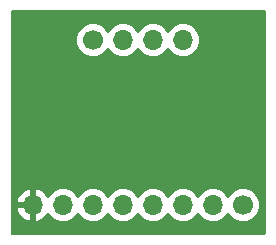
<source format=gbl>
G04 #@! TF.GenerationSoftware,KiCad,Pcbnew,8.0.5*
G04 #@! TF.CreationDate,2024-12-14T16:31:39-08:00*
G04 #@! TF.ProjectId,ADS8684 Breakout Board,41445338-3638-4342-9042-7265616b6f75,rev?*
G04 #@! TF.SameCoordinates,Original*
G04 #@! TF.FileFunction,Copper,L2,Bot*
G04 #@! TF.FilePolarity,Positive*
%FSLAX46Y46*%
G04 Gerber Fmt 4.6, Leading zero omitted, Abs format (unit mm)*
G04 Created by KiCad (PCBNEW 8.0.5) date 2024-12-14 16:31:39*
%MOMM*%
%LPD*%
G01*
G04 APERTURE LIST*
G04 #@! TA.AperFunction,ComponentPad*
%ADD10C,1.700000*%
G04 #@! TD*
G04 #@! TA.AperFunction,ComponentPad*
%ADD11O,1.700000X1.700000*%
G04 #@! TD*
G04 #@! TA.AperFunction,ViaPad*
%ADD12C,0.700000*%
G04 #@! TD*
G04 APERTURE END LIST*
D10*
X45085000Y-41910000D03*
D11*
X42545000Y-41910000D03*
X40005001Y-41910000D03*
X37465000Y-41910000D03*
X34925000Y-41910000D03*
X32385000Y-41910000D03*
X29845000Y-41910000D03*
X27304999Y-41910000D03*
D10*
X32385000Y-27940000D03*
D11*
X34924999Y-27940000D03*
X37464999Y-27940000D03*
X40005000Y-27940000D03*
D12*
X44400000Y-33142500D03*
X37230000Y-31072500D03*
X30460000Y-33182500D03*
X42540000Y-37032500D03*
X37616026Y-33962501D03*
X37418001Y-35966629D03*
X37580000Y-37710000D03*
X34150000Y-35950000D03*
X34070813Y-31152111D03*
X37740000Y-29842500D03*
X33800000Y-29882500D03*
X34120000Y-34220000D03*
X42530000Y-33352500D03*
X31200000Y-38210000D03*
X40980000Y-32912500D03*
G04 #@! TA.AperFunction,Conductor*
G36*
X46933039Y-25419685D02*
G01*
X46978794Y-25472489D01*
X46990000Y-25524000D01*
X46990000Y-44326000D01*
X46970315Y-44393039D01*
X46917511Y-44438794D01*
X46866000Y-44450000D01*
X25524000Y-44450000D01*
X25456961Y-44430315D01*
X25411206Y-44377511D01*
X25400000Y-44326000D01*
X25400000Y-41659999D01*
X25974363Y-41659999D01*
X25974363Y-41660000D01*
X26871987Y-41660000D01*
X26839074Y-41717007D01*
X26804999Y-41844174D01*
X26804999Y-41975826D01*
X26839074Y-42102993D01*
X26871987Y-42160000D01*
X25974363Y-42160000D01*
X26031566Y-42373486D01*
X26031569Y-42373492D01*
X26131398Y-42587578D01*
X26266893Y-42781082D01*
X26433916Y-42948105D01*
X26627420Y-43083600D01*
X26841506Y-43183429D01*
X26841515Y-43183433D01*
X27054999Y-43240634D01*
X27054999Y-42343012D01*
X27112006Y-42375925D01*
X27239173Y-42410000D01*
X27370825Y-42410000D01*
X27497992Y-42375925D01*
X27554999Y-42343012D01*
X27554999Y-43240633D01*
X27768482Y-43183433D01*
X27768491Y-43183429D01*
X27982577Y-43083600D01*
X28176081Y-42948105D01*
X28343104Y-42781082D01*
X28473119Y-42595404D01*
X28527696Y-42551779D01*
X28597195Y-42544587D01*
X28659549Y-42576109D01*
X28676269Y-42595405D01*
X28806500Y-42781395D01*
X28806505Y-42781401D01*
X28973599Y-42948495D01*
X29070384Y-43016265D01*
X29167165Y-43084032D01*
X29167167Y-43084033D01*
X29167170Y-43084035D01*
X29381337Y-43183903D01*
X29609592Y-43245063D01*
X29797918Y-43261539D01*
X29844999Y-43265659D01*
X29845000Y-43265659D01*
X29845001Y-43265659D01*
X29884234Y-43262226D01*
X30080408Y-43245063D01*
X30308663Y-43183903D01*
X30522830Y-43084035D01*
X30716401Y-42948495D01*
X30883495Y-42781401D01*
X31013426Y-42595841D01*
X31068002Y-42552217D01*
X31137500Y-42545023D01*
X31199855Y-42576546D01*
X31216575Y-42595842D01*
X31346500Y-42781395D01*
X31346505Y-42781401D01*
X31513599Y-42948495D01*
X31610384Y-43016265D01*
X31707165Y-43084032D01*
X31707167Y-43084033D01*
X31707170Y-43084035D01*
X31921337Y-43183903D01*
X32149592Y-43245063D01*
X32337918Y-43261539D01*
X32384999Y-43265659D01*
X32385000Y-43265659D01*
X32385001Y-43265659D01*
X32424234Y-43262226D01*
X32620408Y-43245063D01*
X32848663Y-43183903D01*
X33062830Y-43084035D01*
X33256401Y-42948495D01*
X33423495Y-42781401D01*
X33553426Y-42595841D01*
X33608002Y-42552217D01*
X33677500Y-42545023D01*
X33739855Y-42576546D01*
X33756575Y-42595842D01*
X33886500Y-42781395D01*
X33886505Y-42781401D01*
X34053599Y-42948495D01*
X34150384Y-43016265D01*
X34247165Y-43084032D01*
X34247167Y-43084033D01*
X34247170Y-43084035D01*
X34461337Y-43183903D01*
X34689592Y-43245063D01*
X34877918Y-43261539D01*
X34924999Y-43265659D01*
X34925000Y-43265659D01*
X34925001Y-43265659D01*
X34964234Y-43262226D01*
X35160408Y-43245063D01*
X35388663Y-43183903D01*
X35602830Y-43084035D01*
X35796401Y-42948495D01*
X35963495Y-42781401D01*
X36093426Y-42595841D01*
X36148002Y-42552217D01*
X36217500Y-42545023D01*
X36279855Y-42576546D01*
X36296575Y-42595842D01*
X36426500Y-42781395D01*
X36426505Y-42781401D01*
X36593599Y-42948495D01*
X36690384Y-43016265D01*
X36787165Y-43084032D01*
X36787167Y-43084033D01*
X36787170Y-43084035D01*
X37001337Y-43183903D01*
X37229592Y-43245063D01*
X37417918Y-43261539D01*
X37464999Y-43265659D01*
X37465000Y-43265659D01*
X37465001Y-43265659D01*
X37504234Y-43262226D01*
X37700408Y-43245063D01*
X37928663Y-43183903D01*
X38142830Y-43084035D01*
X38336401Y-42948495D01*
X38503495Y-42781401D01*
X38633426Y-42595839D01*
X38688002Y-42552216D01*
X38757500Y-42545022D01*
X38819855Y-42576545D01*
X38836573Y-42595838D01*
X38966506Y-42781401D01*
X39133600Y-42948495D01*
X39230385Y-43016265D01*
X39327166Y-43084032D01*
X39327168Y-43084033D01*
X39327171Y-43084035D01*
X39541338Y-43183903D01*
X39769593Y-43245063D01*
X39957919Y-43261539D01*
X40005000Y-43265659D01*
X40005001Y-43265659D01*
X40005002Y-43265659D01*
X40044235Y-43262226D01*
X40240409Y-43245063D01*
X40468664Y-43183903D01*
X40682831Y-43084035D01*
X40876402Y-42948495D01*
X41043496Y-42781401D01*
X41173425Y-42595842D01*
X41228002Y-42552218D01*
X41297500Y-42545024D01*
X41359855Y-42576547D01*
X41376574Y-42595841D01*
X41506505Y-42781401D01*
X41673599Y-42948495D01*
X41770384Y-43016265D01*
X41867165Y-43084032D01*
X41867167Y-43084033D01*
X41867170Y-43084035D01*
X42081337Y-43183903D01*
X42309592Y-43245063D01*
X42497918Y-43261539D01*
X42544999Y-43265659D01*
X42545000Y-43265659D01*
X42545001Y-43265659D01*
X42584234Y-43262226D01*
X42780408Y-43245063D01*
X43008663Y-43183903D01*
X43222830Y-43084035D01*
X43416401Y-42948495D01*
X43583495Y-42781401D01*
X43713426Y-42595841D01*
X43768002Y-42552217D01*
X43837500Y-42545023D01*
X43899855Y-42576546D01*
X43916575Y-42595842D01*
X44046500Y-42781395D01*
X44046505Y-42781401D01*
X44213599Y-42948495D01*
X44310384Y-43016265D01*
X44407165Y-43084032D01*
X44407167Y-43084033D01*
X44407170Y-43084035D01*
X44621337Y-43183903D01*
X44849592Y-43245063D01*
X45037918Y-43261539D01*
X45084999Y-43265659D01*
X45085000Y-43265659D01*
X45085001Y-43265659D01*
X45124234Y-43262226D01*
X45320408Y-43245063D01*
X45548663Y-43183903D01*
X45762830Y-43084035D01*
X45956401Y-42948495D01*
X46123495Y-42781401D01*
X46259035Y-42587830D01*
X46358903Y-42373663D01*
X46420063Y-42145408D01*
X46440659Y-41910000D01*
X46420063Y-41674592D01*
X46358903Y-41446337D01*
X46259035Y-41232171D01*
X46253731Y-41224595D01*
X46123494Y-41038597D01*
X45956402Y-40871506D01*
X45956395Y-40871501D01*
X45762834Y-40735967D01*
X45762830Y-40735965D01*
X45762828Y-40735964D01*
X45548663Y-40636097D01*
X45548659Y-40636096D01*
X45548655Y-40636094D01*
X45320413Y-40574938D01*
X45320403Y-40574936D01*
X45085001Y-40554341D01*
X45084999Y-40554341D01*
X44849596Y-40574936D01*
X44849586Y-40574938D01*
X44621344Y-40636094D01*
X44621335Y-40636098D01*
X44407171Y-40735964D01*
X44407169Y-40735965D01*
X44213597Y-40871505D01*
X44046505Y-41038597D01*
X43916575Y-41224158D01*
X43861998Y-41267783D01*
X43792500Y-41274977D01*
X43730145Y-41243454D01*
X43713425Y-41224158D01*
X43583494Y-41038597D01*
X43416402Y-40871506D01*
X43416395Y-40871501D01*
X43222834Y-40735967D01*
X43222830Y-40735965D01*
X43222828Y-40735964D01*
X43008663Y-40636097D01*
X43008659Y-40636096D01*
X43008655Y-40636094D01*
X42780413Y-40574938D01*
X42780403Y-40574936D01*
X42545001Y-40554341D01*
X42544999Y-40554341D01*
X42309596Y-40574936D01*
X42309586Y-40574938D01*
X42081344Y-40636094D01*
X42081335Y-40636098D01*
X41867171Y-40735964D01*
X41867169Y-40735965D01*
X41673597Y-40871505D01*
X41506508Y-41038594D01*
X41376575Y-41224158D01*
X41321998Y-41267782D01*
X41252499Y-41274975D01*
X41190145Y-41243453D01*
X41173425Y-41224157D01*
X41043495Y-41038597D01*
X40876403Y-40871506D01*
X40876396Y-40871501D01*
X40682835Y-40735967D01*
X40682831Y-40735965D01*
X40682829Y-40735964D01*
X40468664Y-40636097D01*
X40468660Y-40636096D01*
X40468656Y-40636094D01*
X40240414Y-40574938D01*
X40240404Y-40574936D01*
X40005002Y-40554341D01*
X40005000Y-40554341D01*
X39769597Y-40574936D01*
X39769587Y-40574938D01*
X39541345Y-40636094D01*
X39541336Y-40636098D01*
X39327172Y-40735964D01*
X39327170Y-40735965D01*
X39133598Y-40871505D01*
X38966509Y-41038594D01*
X38836575Y-41224160D01*
X38781998Y-41267784D01*
X38712499Y-41274977D01*
X38650145Y-41243455D01*
X38633425Y-41224159D01*
X38503494Y-41038597D01*
X38336402Y-40871506D01*
X38336395Y-40871501D01*
X38142834Y-40735967D01*
X38142830Y-40735965D01*
X38142828Y-40735964D01*
X37928663Y-40636097D01*
X37928659Y-40636096D01*
X37928655Y-40636094D01*
X37700413Y-40574938D01*
X37700403Y-40574936D01*
X37465001Y-40554341D01*
X37464999Y-40554341D01*
X37229596Y-40574936D01*
X37229586Y-40574938D01*
X37001344Y-40636094D01*
X37001335Y-40636098D01*
X36787171Y-40735964D01*
X36787169Y-40735965D01*
X36593597Y-40871505D01*
X36426505Y-41038597D01*
X36296575Y-41224158D01*
X36241998Y-41267783D01*
X36172500Y-41274977D01*
X36110145Y-41243454D01*
X36093425Y-41224158D01*
X35963494Y-41038597D01*
X35796402Y-40871506D01*
X35796395Y-40871501D01*
X35602834Y-40735967D01*
X35602830Y-40735965D01*
X35602828Y-40735964D01*
X35388663Y-40636097D01*
X35388659Y-40636096D01*
X35388655Y-40636094D01*
X35160413Y-40574938D01*
X35160403Y-40574936D01*
X34925001Y-40554341D01*
X34924999Y-40554341D01*
X34689596Y-40574936D01*
X34689586Y-40574938D01*
X34461344Y-40636094D01*
X34461335Y-40636098D01*
X34247171Y-40735964D01*
X34247169Y-40735965D01*
X34053597Y-40871505D01*
X33886505Y-41038597D01*
X33756575Y-41224158D01*
X33701998Y-41267783D01*
X33632500Y-41274977D01*
X33570145Y-41243454D01*
X33553425Y-41224158D01*
X33423494Y-41038597D01*
X33256402Y-40871506D01*
X33256395Y-40871501D01*
X33062834Y-40735967D01*
X33062830Y-40735965D01*
X33062828Y-40735964D01*
X32848663Y-40636097D01*
X32848659Y-40636096D01*
X32848655Y-40636094D01*
X32620413Y-40574938D01*
X32620403Y-40574936D01*
X32385001Y-40554341D01*
X32384999Y-40554341D01*
X32149596Y-40574936D01*
X32149586Y-40574938D01*
X31921344Y-40636094D01*
X31921335Y-40636098D01*
X31707171Y-40735964D01*
X31707169Y-40735965D01*
X31513597Y-40871505D01*
X31346505Y-41038597D01*
X31216575Y-41224158D01*
X31161998Y-41267783D01*
X31092500Y-41274977D01*
X31030145Y-41243454D01*
X31013425Y-41224158D01*
X30883494Y-41038597D01*
X30716402Y-40871506D01*
X30716395Y-40871501D01*
X30522834Y-40735967D01*
X30522830Y-40735965D01*
X30522828Y-40735964D01*
X30308663Y-40636097D01*
X30308659Y-40636096D01*
X30308655Y-40636094D01*
X30080413Y-40574938D01*
X30080403Y-40574936D01*
X29845001Y-40554341D01*
X29844999Y-40554341D01*
X29609596Y-40574936D01*
X29609586Y-40574938D01*
X29381344Y-40636094D01*
X29381335Y-40636098D01*
X29167171Y-40735964D01*
X29167169Y-40735965D01*
X28973597Y-40871505D01*
X28806505Y-41038597D01*
X28676269Y-41224595D01*
X28621692Y-41268220D01*
X28552194Y-41275414D01*
X28489839Y-41243891D01*
X28473119Y-41224595D01*
X28343112Y-41038927D01*
X28343107Y-41038920D01*
X28176081Y-40871894D01*
X27982577Y-40736399D01*
X27768491Y-40636570D01*
X27768485Y-40636567D01*
X27554999Y-40579364D01*
X27554999Y-41476988D01*
X27497992Y-41444075D01*
X27370825Y-41410000D01*
X27239173Y-41410000D01*
X27112006Y-41444075D01*
X27054999Y-41476988D01*
X27054999Y-40579364D01*
X27054998Y-40579364D01*
X26841512Y-40636567D01*
X26841506Y-40636570D01*
X26627421Y-40736399D01*
X26627419Y-40736400D01*
X26433925Y-40871886D01*
X26433919Y-40871891D01*
X26266890Y-41038920D01*
X26266885Y-41038926D01*
X26131399Y-41232420D01*
X26131398Y-41232422D01*
X26031569Y-41446507D01*
X26031566Y-41446513D01*
X25974363Y-41659999D01*
X25400000Y-41659999D01*
X25400000Y-27939999D01*
X31029341Y-27939999D01*
X31029341Y-27940000D01*
X31049936Y-28175403D01*
X31049938Y-28175413D01*
X31111094Y-28403655D01*
X31111096Y-28403659D01*
X31111097Y-28403663D01*
X31191003Y-28575022D01*
X31210965Y-28617830D01*
X31210967Y-28617834D01*
X31319281Y-28772521D01*
X31346505Y-28811401D01*
X31513599Y-28978495D01*
X31610384Y-29046265D01*
X31707165Y-29114032D01*
X31707167Y-29114033D01*
X31707170Y-29114035D01*
X31921337Y-29213903D01*
X32149592Y-29275063D01*
X32337918Y-29291539D01*
X32384999Y-29295659D01*
X32385000Y-29295659D01*
X32385001Y-29295659D01*
X32424234Y-29292226D01*
X32620408Y-29275063D01*
X32848663Y-29213903D01*
X33062830Y-29114035D01*
X33256401Y-28978495D01*
X33423495Y-28811401D01*
X33553424Y-28625842D01*
X33608001Y-28582218D01*
X33677499Y-28575024D01*
X33739854Y-28606547D01*
X33756573Y-28625841D01*
X33886504Y-28811401D01*
X34053598Y-28978495D01*
X34150383Y-29046265D01*
X34247164Y-29114032D01*
X34247166Y-29114033D01*
X34247169Y-29114035D01*
X34461336Y-29213903D01*
X34689591Y-29275063D01*
X34877917Y-29291539D01*
X34924998Y-29295659D01*
X34924999Y-29295659D01*
X34925000Y-29295659D01*
X34964233Y-29292226D01*
X35160407Y-29275063D01*
X35388662Y-29213903D01*
X35602829Y-29114035D01*
X35796400Y-28978495D01*
X35963494Y-28811401D01*
X36093425Y-28625841D01*
X36148001Y-28582217D01*
X36217499Y-28575023D01*
X36279854Y-28606546D01*
X36296574Y-28625842D01*
X36426499Y-28811395D01*
X36426504Y-28811401D01*
X36593598Y-28978495D01*
X36690383Y-29046265D01*
X36787164Y-29114032D01*
X36787166Y-29114033D01*
X36787169Y-29114035D01*
X37001336Y-29213903D01*
X37229591Y-29275063D01*
X37417917Y-29291539D01*
X37464998Y-29295659D01*
X37464999Y-29295659D01*
X37465000Y-29295659D01*
X37504233Y-29292226D01*
X37700407Y-29275063D01*
X37928662Y-29213903D01*
X38142829Y-29114035D01*
X38336400Y-28978495D01*
X38503494Y-28811401D01*
X38633425Y-28625839D01*
X38688001Y-28582216D01*
X38757499Y-28575022D01*
X38819854Y-28606545D01*
X38836572Y-28625838D01*
X38966505Y-28811401D01*
X39133599Y-28978495D01*
X39230384Y-29046265D01*
X39327165Y-29114032D01*
X39327167Y-29114033D01*
X39327170Y-29114035D01*
X39541337Y-29213903D01*
X39769592Y-29275063D01*
X39957918Y-29291539D01*
X40004999Y-29295659D01*
X40005000Y-29295659D01*
X40005001Y-29295659D01*
X40044234Y-29292226D01*
X40240408Y-29275063D01*
X40468663Y-29213903D01*
X40682830Y-29114035D01*
X40876401Y-28978495D01*
X41043495Y-28811401D01*
X41179035Y-28617830D01*
X41278903Y-28403663D01*
X41340063Y-28175408D01*
X41360659Y-27940000D01*
X41340063Y-27704592D01*
X41278903Y-27476337D01*
X41179035Y-27262171D01*
X41173425Y-27254158D01*
X41043494Y-27068597D01*
X40876402Y-26901506D01*
X40876395Y-26901501D01*
X40682834Y-26765967D01*
X40682830Y-26765965D01*
X40682828Y-26765964D01*
X40468663Y-26666097D01*
X40468659Y-26666096D01*
X40468655Y-26666094D01*
X40240413Y-26604938D01*
X40240403Y-26604936D01*
X40005001Y-26584341D01*
X40004999Y-26584341D01*
X39769596Y-26604936D01*
X39769586Y-26604938D01*
X39541344Y-26666094D01*
X39541335Y-26666098D01*
X39327171Y-26765964D01*
X39327169Y-26765965D01*
X39133597Y-26901505D01*
X38966508Y-27068594D01*
X38836574Y-27254160D01*
X38781997Y-27297784D01*
X38712498Y-27304977D01*
X38650144Y-27273455D01*
X38633424Y-27254159D01*
X38503493Y-27068597D01*
X38336401Y-26901506D01*
X38336394Y-26901501D01*
X38142833Y-26765967D01*
X38142829Y-26765965D01*
X38142827Y-26765964D01*
X37928662Y-26666097D01*
X37928658Y-26666096D01*
X37928654Y-26666094D01*
X37700412Y-26604938D01*
X37700402Y-26604936D01*
X37465000Y-26584341D01*
X37464998Y-26584341D01*
X37229595Y-26604936D01*
X37229585Y-26604938D01*
X37001343Y-26666094D01*
X37001334Y-26666098D01*
X36787170Y-26765964D01*
X36787168Y-26765965D01*
X36593596Y-26901505D01*
X36426504Y-27068597D01*
X36296574Y-27254158D01*
X36241997Y-27297783D01*
X36172499Y-27304977D01*
X36110144Y-27273454D01*
X36093424Y-27254158D01*
X35963493Y-27068597D01*
X35796401Y-26901506D01*
X35796394Y-26901501D01*
X35602833Y-26765967D01*
X35602829Y-26765965D01*
X35602827Y-26765964D01*
X35388662Y-26666097D01*
X35388658Y-26666096D01*
X35388654Y-26666094D01*
X35160412Y-26604938D01*
X35160402Y-26604936D01*
X34925000Y-26584341D01*
X34924998Y-26584341D01*
X34689595Y-26604936D01*
X34689585Y-26604938D01*
X34461343Y-26666094D01*
X34461334Y-26666098D01*
X34247170Y-26765964D01*
X34247168Y-26765965D01*
X34053596Y-26901505D01*
X33886507Y-27068594D01*
X33756574Y-27254158D01*
X33701997Y-27297782D01*
X33632498Y-27304975D01*
X33570144Y-27273453D01*
X33553424Y-27254157D01*
X33423494Y-27068597D01*
X33256402Y-26901506D01*
X33256395Y-26901501D01*
X33062834Y-26765967D01*
X33062830Y-26765965D01*
X33062828Y-26765964D01*
X32848663Y-26666097D01*
X32848659Y-26666096D01*
X32848655Y-26666094D01*
X32620413Y-26604938D01*
X32620403Y-26604936D01*
X32385001Y-26584341D01*
X32384999Y-26584341D01*
X32149596Y-26604936D01*
X32149586Y-26604938D01*
X31921344Y-26666094D01*
X31921335Y-26666098D01*
X31707171Y-26765964D01*
X31707169Y-26765965D01*
X31513597Y-26901505D01*
X31346505Y-27068597D01*
X31210965Y-27262169D01*
X31210964Y-27262171D01*
X31111098Y-27476335D01*
X31111094Y-27476344D01*
X31049938Y-27704586D01*
X31049936Y-27704596D01*
X31029341Y-27939999D01*
X25400000Y-27939999D01*
X25400000Y-25524000D01*
X25419685Y-25456961D01*
X25472489Y-25411206D01*
X25524000Y-25400000D01*
X46866000Y-25400000D01*
X46933039Y-25419685D01*
G37*
G04 #@! TD.AperFunction*
M02*

</source>
